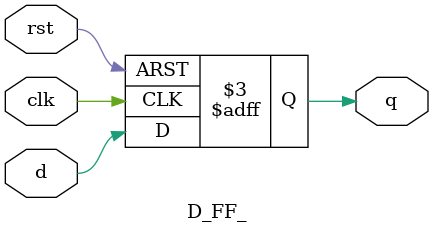
<source format=v>
`timescale 1ns / 1ps


module D_FF_(
    input d,
    input clk,
    input rst,
    output reg q

);

    always @(posedge clk or negedge rst)
    if (!rst) begin
        q <= 0;
    end else begin
        q <= d;
    end



endmodule

</source>
